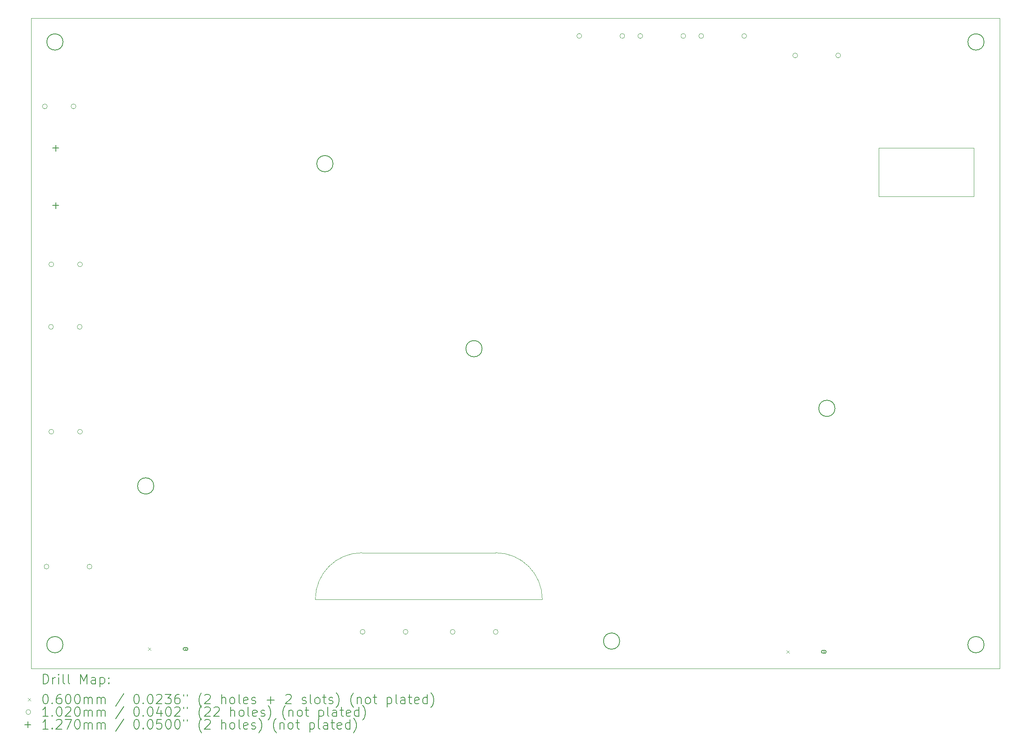
<source format=gbr>
%TF.GenerationSoftware,KiCad,Pcbnew,7.0.8*%
%TF.CreationDate,2024-01-22T14:24:57+01:00*%
%TF.ProjectId,BMS-Master,424d532d-4d61-4737-9465-722e6b696361,rev?*%
%TF.SameCoordinates,Original*%
%TF.FileFunction,Drillmap*%
%TF.FilePolarity,Positive*%
%FSLAX45Y45*%
G04 Gerber Fmt 4.5, Leading zero omitted, Abs format (unit mm)*
G04 Created by KiCad (PCBNEW 7.0.8) date 2024-01-22 14:24:57*
%MOMM*%
%LPD*%
G01*
G04 APERTURE LIST*
%ADD10C,0.200000*%
%ADD11C,0.100000*%
%ADD12C,0.060000*%
%ADD13C,0.102000*%
%ADD14C,0.127000*%
G04 APERTURE END LIST*
D10*
X10670000Y-19250000D02*
G75*
G03*
X10670000Y-19250000I-170000J0D01*
G01*
X14420000Y-12500000D02*
G75*
G03*
X14420000Y-12500000I-170000J0D01*
G01*
X24925000Y-17625000D02*
G75*
G03*
X24925000Y-17625000I-170000J0D01*
G01*
X17540000Y-16375000D02*
G75*
G03*
X17540000Y-16375000I-170000J0D01*
G01*
X20420000Y-22500000D02*
G75*
G03*
X20420000Y-22500000I-170000J0D01*
G01*
X8770000Y-9950000D02*
G75*
G03*
X8770000Y-9950000I-170000J0D01*
G01*
X8770000Y-22575000D02*
G75*
G03*
X8770000Y-22575000I-170000J0D01*
G01*
X28045000Y-9950000D02*
G75*
G03*
X28045000Y-9950000I-170000J0D01*
G01*
D11*
X18800000Y-21625000D02*
G75*
G03*
X17825000Y-20650000I-975000J0D01*
G01*
X25840146Y-12169942D02*
X27831000Y-12169942D01*
X27831000Y-13187000D01*
X25840146Y-13187000D01*
X25840146Y-12169942D01*
X18800000Y-21625000D02*
X17825000Y-21625000D01*
X15025000Y-20650000D02*
X17825000Y-20650000D01*
X8100000Y-9448800D02*
X28369500Y-9448800D01*
X28369500Y-23077200D01*
X8100000Y-23077200D01*
X8100000Y-9448800D01*
X15025000Y-21625000D02*
X14050000Y-21625000D01*
X15025000Y-21625000D02*
X17825000Y-21625000D01*
X15025000Y-20650000D02*
G75*
G03*
X14050000Y-21625000I0J-975000D01*
G01*
D10*
X28045000Y-22575000D02*
G75*
G03*
X28045000Y-22575000I-170000J0D01*
G01*
D12*
X10553000Y-22635710D02*
X10613000Y-22695710D01*
X10613000Y-22635710D02*
X10553000Y-22695710D01*
X11303000Y-22635710D02*
X11363000Y-22695710D01*
X11363000Y-22635710D02*
X11303000Y-22695710D01*
D10*
X11313000Y-22695710D02*
X11353000Y-22695710D01*
X11353000Y-22695710D02*
G75*
G03*
X11353000Y-22635710I0J30000D01*
G01*
X11353000Y-22635710D02*
X11313000Y-22635710D01*
X11313000Y-22635710D02*
G75*
G03*
X11313000Y-22695710I0J-30000D01*
G01*
D12*
X23910550Y-22693100D02*
X23970550Y-22753100D01*
X23970550Y-22693100D02*
X23910550Y-22753100D01*
X24660550Y-22693100D02*
X24720550Y-22753100D01*
X24720550Y-22693100D02*
X24660550Y-22753100D01*
D10*
X24670550Y-22753100D02*
X24710550Y-22753100D01*
X24710550Y-22753100D02*
G75*
G03*
X24710550Y-22693100I0J30000D01*
G01*
X24710550Y-22693100D02*
X24670550Y-22693100D01*
X24670550Y-22693100D02*
G75*
G03*
X24670550Y-22753100I0J-30000D01*
G01*
D13*
X8440675Y-11300000D02*
G75*
G03*
X8440675Y-11300000I-51000J0D01*
G01*
X8475368Y-20940033D02*
G75*
G03*
X8475368Y-20940033I-51000J0D01*
G01*
X8569200Y-15918100D02*
G75*
G03*
X8569200Y-15918100I-51000J0D01*
G01*
X8575850Y-14608900D02*
G75*
G03*
X8575850Y-14608900I-51000J0D01*
G01*
X8575850Y-18114100D02*
G75*
G03*
X8575850Y-18114100I-51000J0D01*
G01*
X9040675Y-11300000D02*
G75*
G03*
X9040675Y-11300000I-51000J0D01*
G01*
X9169200Y-15918100D02*
G75*
G03*
X9169200Y-15918100I-51000J0D01*
G01*
X9175850Y-14608900D02*
G75*
G03*
X9175850Y-14608900I-51000J0D01*
G01*
X9175850Y-18114100D02*
G75*
G03*
X9175850Y-18114100I-51000J0D01*
G01*
X9375366Y-20940033D02*
G75*
G03*
X9375366Y-20940033I-51000J0D01*
G01*
X15089967Y-22306000D02*
G75*
G03*
X15089967Y-22306000I-51000J0D01*
G01*
X15989965Y-22306000D02*
G75*
G03*
X15989965Y-22306000I-51000J0D01*
G01*
X16974967Y-22307500D02*
G75*
G03*
X16974967Y-22307500I-51000J0D01*
G01*
X17874965Y-22307500D02*
G75*
G03*
X17874965Y-22307500I-51000J0D01*
G01*
X19624369Y-9824100D02*
G75*
G03*
X19624369Y-9824100I-51000J0D01*
G01*
X20524367Y-9824100D02*
G75*
G03*
X20524367Y-9824100I-51000J0D01*
G01*
X20901002Y-9825000D02*
G75*
G03*
X20901002Y-9825000I-51000J0D01*
G01*
X21801000Y-9825000D02*
G75*
G03*
X21801000Y-9825000I-51000J0D01*
G01*
X22176002Y-9825000D02*
G75*
G03*
X22176002Y-9825000I-51000J0D01*
G01*
X23076000Y-9825000D02*
G75*
G03*
X23076000Y-9825000I-51000J0D01*
G01*
X24143100Y-10232500D02*
G75*
G03*
X24143100Y-10232500I-51000J0D01*
G01*
X25043098Y-10232500D02*
G75*
G03*
X25043098Y-10232500I-51000J0D01*
G01*
D14*
X8619175Y-12110800D02*
X8619175Y-12237800D01*
X8555675Y-12174300D02*
X8682675Y-12174300D01*
X8619175Y-13310800D02*
X8619175Y-13437800D01*
X8555675Y-13374300D02*
X8682675Y-13374300D01*
D10*
X8355777Y-23393684D02*
X8355777Y-23193684D01*
X8355777Y-23193684D02*
X8403396Y-23193684D01*
X8403396Y-23193684D02*
X8431967Y-23203208D01*
X8431967Y-23203208D02*
X8451015Y-23222255D01*
X8451015Y-23222255D02*
X8460539Y-23241303D01*
X8460539Y-23241303D02*
X8470063Y-23279398D01*
X8470063Y-23279398D02*
X8470063Y-23307969D01*
X8470063Y-23307969D02*
X8460539Y-23346065D01*
X8460539Y-23346065D02*
X8451015Y-23365112D01*
X8451015Y-23365112D02*
X8431967Y-23384160D01*
X8431967Y-23384160D02*
X8403396Y-23393684D01*
X8403396Y-23393684D02*
X8355777Y-23393684D01*
X8555777Y-23393684D02*
X8555777Y-23260350D01*
X8555777Y-23298446D02*
X8565301Y-23279398D01*
X8565301Y-23279398D02*
X8574824Y-23269874D01*
X8574824Y-23269874D02*
X8593872Y-23260350D01*
X8593872Y-23260350D02*
X8612920Y-23260350D01*
X8679586Y-23393684D02*
X8679586Y-23260350D01*
X8679586Y-23193684D02*
X8670063Y-23203208D01*
X8670063Y-23203208D02*
X8679586Y-23212731D01*
X8679586Y-23212731D02*
X8689110Y-23203208D01*
X8689110Y-23203208D02*
X8679586Y-23193684D01*
X8679586Y-23193684D02*
X8679586Y-23212731D01*
X8803396Y-23393684D02*
X8784348Y-23384160D01*
X8784348Y-23384160D02*
X8774824Y-23365112D01*
X8774824Y-23365112D02*
X8774824Y-23193684D01*
X8908158Y-23393684D02*
X8889110Y-23384160D01*
X8889110Y-23384160D02*
X8879586Y-23365112D01*
X8879586Y-23365112D02*
X8879586Y-23193684D01*
X9136729Y-23393684D02*
X9136729Y-23193684D01*
X9136729Y-23193684D02*
X9203396Y-23336541D01*
X9203396Y-23336541D02*
X9270063Y-23193684D01*
X9270063Y-23193684D02*
X9270063Y-23393684D01*
X9451015Y-23393684D02*
X9451015Y-23288922D01*
X9451015Y-23288922D02*
X9441491Y-23269874D01*
X9441491Y-23269874D02*
X9422444Y-23260350D01*
X9422444Y-23260350D02*
X9384348Y-23260350D01*
X9384348Y-23260350D02*
X9365301Y-23269874D01*
X9451015Y-23384160D02*
X9431967Y-23393684D01*
X9431967Y-23393684D02*
X9384348Y-23393684D01*
X9384348Y-23393684D02*
X9365301Y-23384160D01*
X9365301Y-23384160D02*
X9355777Y-23365112D01*
X9355777Y-23365112D02*
X9355777Y-23346065D01*
X9355777Y-23346065D02*
X9365301Y-23327017D01*
X9365301Y-23327017D02*
X9384348Y-23317493D01*
X9384348Y-23317493D02*
X9431967Y-23317493D01*
X9431967Y-23317493D02*
X9451015Y-23307969D01*
X9546253Y-23260350D02*
X9546253Y-23460350D01*
X9546253Y-23269874D02*
X9565301Y-23260350D01*
X9565301Y-23260350D02*
X9603396Y-23260350D01*
X9603396Y-23260350D02*
X9622444Y-23269874D01*
X9622444Y-23269874D02*
X9631967Y-23279398D01*
X9631967Y-23279398D02*
X9641491Y-23298446D01*
X9641491Y-23298446D02*
X9641491Y-23355588D01*
X9641491Y-23355588D02*
X9631967Y-23374636D01*
X9631967Y-23374636D02*
X9622444Y-23384160D01*
X9622444Y-23384160D02*
X9603396Y-23393684D01*
X9603396Y-23393684D02*
X9565301Y-23393684D01*
X9565301Y-23393684D02*
X9546253Y-23384160D01*
X9727205Y-23374636D02*
X9736729Y-23384160D01*
X9736729Y-23384160D02*
X9727205Y-23393684D01*
X9727205Y-23393684D02*
X9717682Y-23384160D01*
X9717682Y-23384160D02*
X9727205Y-23374636D01*
X9727205Y-23374636D02*
X9727205Y-23393684D01*
X9727205Y-23269874D02*
X9736729Y-23279398D01*
X9736729Y-23279398D02*
X9727205Y-23288922D01*
X9727205Y-23288922D02*
X9717682Y-23279398D01*
X9717682Y-23279398D02*
X9727205Y-23269874D01*
X9727205Y-23269874D02*
X9727205Y-23288922D01*
D12*
X8035000Y-23692200D02*
X8095000Y-23752200D01*
X8095000Y-23692200D02*
X8035000Y-23752200D01*
D10*
X8393872Y-23613684D02*
X8412920Y-23613684D01*
X8412920Y-23613684D02*
X8431967Y-23623208D01*
X8431967Y-23623208D02*
X8441491Y-23632731D01*
X8441491Y-23632731D02*
X8451015Y-23651779D01*
X8451015Y-23651779D02*
X8460539Y-23689874D01*
X8460539Y-23689874D02*
X8460539Y-23737493D01*
X8460539Y-23737493D02*
X8451015Y-23775588D01*
X8451015Y-23775588D02*
X8441491Y-23794636D01*
X8441491Y-23794636D02*
X8431967Y-23804160D01*
X8431967Y-23804160D02*
X8412920Y-23813684D01*
X8412920Y-23813684D02*
X8393872Y-23813684D01*
X8393872Y-23813684D02*
X8374824Y-23804160D01*
X8374824Y-23804160D02*
X8365301Y-23794636D01*
X8365301Y-23794636D02*
X8355777Y-23775588D01*
X8355777Y-23775588D02*
X8346253Y-23737493D01*
X8346253Y-23737493D02*
X8346253Y-23689874D01*
X8346253Y-23689874D02*
X8355777Y-23651779D01*
X8355777Y-23651779D02*
X8365301Y-23632731D01*
X8365301Y-23632731D02*
X8374824Y-23623208D01*
X8374824Y-23623208D02*
X8393872Y-23613684D01*
X8546253Y-23794636D02*
X8555777Y-23804160D01*
X8555777Y-23804160D02*
X8546253Y-23813684D01*
X8546253Y-23813684D02*
X8536729Y-23804160D01*
X8536729Y-23804160D02*
X8546253Y-23794636D01*
X8546253Y-23794636D02*
X8546253Y-23813684D01*
X8727205Y-23613684D02*
X8689110Y-23613684D01*
X8689110Y-23613684D02*
X8670063Y-23623208D01*
X8670063Y-23623208D02*
X8660539Y-23632731D01*
X8660539Y-23632731D02*
X8641491Y-23661303D01*
X8641491Y-23661303D02*
X8631967Y-23699398D01*
X8631967Y-23699398D02*
X8631967Y-23775588D01*
X8631967Y-23775588D02*
X8641491Y-23794636D01*
X8641491Y-23794636D02*
X8651015Y-23804160D01*
X8651015Y-23804160D02*
X8670063Y-23813684D01*
X8670063Y-23813684D02*
X8708158Y-23813684D01*
X8708158Y-23813684D02*
X8727205Y-23804160D01*
X8727205Y-23804160D02*
X8736729Y-23794636D01*
X8736729Y-23794636D02*
X8746253Y-23775588D01*
X8746253Y-23775588D02*
X8746253Y-23727969D01*
X8746253Y-23727969D02*
X8736729Y-23708922D01*
X8736729Y-23708922D02*
X8727205Y-23699398D01*
X8727205Y-23699398D02*
X8708158Y-23689874D01*
X8708158Y-23689874D02*
X8670063Y-23689874D01*
X8670063Y-23689874D02*
X8651015Y-23699398D01*
X8651015Y-23699398D02*
X8641491Y-23708922D01*
X8641491Y-23708922D02*
X8631967Y-23727969D01*
X8870063Y-23613684D02*
X8889110Y-23613684D01*
X8889110Y-23613684D02*
X8908158Y-23623208D01*
X8908158Y-23623208D02*
X8917682Y-23632731D01*
X8917682Y-23632731D02*
X8927205Y-23651779D01*
X8927205Y-23651779D02*
X8936729Y-23689874D01*
X8936729Y-23689874D02*
X8936729Y-23737493D01*
X8936729Y-23737493D02*
X8927205Y-23775588D01*
X8927205Y-23775588D02*
X8917682Y-23794636D01*
X8917682Y-23794636D02*
X8908158Y-23804160D01*
X8908158Y-23804160D02*
X8889110Y-23813684D01*
X8889110Y-23813684D02*
X8870063Y-23813684D01*
X8870063Y-23813684D02*
X8851015Y-23804160D01*
X8851015Y-23804160D02*
X8841491Y-23794636D01*
X8841491Y-23794636D02*
X8831967Y-23775588D01*
X8831967Y-23775588D02*
X8822444Y-23737493D01*
X8822444Y-23737493D02*
X8822444Y-23689874D01*
X8822444Y-23689874D02*
X8831967Y-23651779D01*
X8831967Y-23651779D02*
X8841491Y-23632731D01*
X8841491Y-23632731D02*
X8851015Y-23623208D01*
X8851015Y-23623208D02*
X8870063Y-23613684D01*
X9060539Y-23613684D02*
X9079586Y-23613684D01*
X9079586Y-23613684D02*
X9098634Y-23623208D01*
X9098634Y-23623208D02*
X9108158Y-23632731D01*
X9108158Y-23632731D02*
X9117682Y-23651779D01*
X9117682Y-23651779D02*
X9127205Y-23689874D01*
X9127205Y-23689874D02*
X9127205Y-23737493D01*
X9127205Y-23737493D02*
X9117682Y-23775588D01*
X9117682Y-23775588D02*
X9108158Y-23794636D01*
X9108158Y-23794636D02*
X9098634Y-23804160D01*
X9098634Y-23804160D02*
X9079586Y-23813684D01*
X9079586Y-23813684D02*
X9060539Y-23813684D01*
X9060539Y-23813684D02*
X9041491Y-23804160D01*
X9041491Y-23804160D02*
X9031967Y-23794636D01*
X9031967Y-23794636D02*
X9022444Y-23775588D01*
X9022444Y-23775588D02*
X9012920Y-23737493D01*
X9012920Y-23737493D02*
X9012920Y-23689874D01*
X9012920Y-23689874D02*
X9022444Y-23651779D01*
X9022444Y-23651779D02*
X9031967Y-23632731D01*
X9031967Y-23632731D02*
X9041491Y-23623208D01*
X9041491Y-23623208D02*
X9060539Y-23613684D01*
X9212920Y-23813684D02*
X9212920Y-23680350D01*
X9212920Y-23699398D02*
X9222444Y-23689874D01*
X9222444Y-23689874D02*
X9241491Y-23680350D01*
X9241491Y-23680350D02*
X9270063Y-23680350D01*
X9270063Y-23680350D02*
X9289110Y-23689874D01*
X9289110Y-23689874D02*
X9298634Y-23708922D01*
X9298634Y-23708922D02*
X9298634Y-23813684D01*
X9298634Y-23708922D02*
X9308158Y-23689874D01*
X9308158Y-23689874D02*
X9327205Y-23680350D01*
X9327205Y-23680350D02*
X9355777Y-23680350D01*
X9355777Y-23680350D02*
X9374825Y-23689874D01*
X9374825Y-23689874D02*
X9384348Y-23708922D01*
X9384348Y-23708922D02*
X9384348Y-23813684D01*
X9479586Y-23813684D02*
X9479586Y-23680350D01*
X9479586Y-23699398D02*
X9489110Y-23689874D01*
X9489110Y-23689874D02*
X9508158Y-23680350D01*
X9508158Y-23680350D02*
X9536729Y-23680350D01*
X9536729Y-23680350D02*
X9555777Y-23689874D01*
X9555777Y-23689874D02*
X9565301Y-23708922D01*
X9565301Y-23708922D02*
X9565301Y-23813684D01*
X9565301Y-23708922D02*
X9574825Y-23689874D01*
X9574825Y-23689874D02*
X9593872Y-23680350D01*
X9593872Y-23680350D02*
X9622444Y-23680350D01*
X9622444Y-23680350D02*
X9641491Y-23689874D01*
X9641491Y-23689874D02*
X9651015Y-23708922D01*
X9651015Y-23708922D02*
X9651015Y-23813684D01*
X10041491Y-23604160D02*
X9870063Y-23861303D01*
X10298634Y-23613684D02*
X10317682Y-23613684D01*
X10317682Y-23613684D02*
X10336729Y-23623208D01*
X10336729Y-23623208D02*
X10346253Y-23632731D01*
X10346253Y-23632731D02*
X10355777Y-23651779D01*
X10355777Y-23651779D02*
X10365301Y-23689874D01*
X10365301Y-23689874D02*
X10365301Y-23737493D01*
X10365301Y-23737493D02*
X10355777Y-23775588D01*
X10355777Y-23775588D02*
X10346253Y-23794636D01*
X10346253Y-23794636D02*
X10336729Y-23804160D01*
X10336729Y-23804160D02*
X10317682Y-23813684D01*
X10317682Y-23813684D02*
X10298634Y-23813684D01*
X10298634Y-23813684D02*
X10279587Y-23804160D01*
X10279587Y-23804160D02*
X10270063Y-23794636D01*
X10270063Y-23794636D02*
X10260539Y-23775588D01*
X10260539Y-23775588D02*
X10251015Y-23737493D01*
X10251015Y-23737493D02*
X10251015Y-23689874D01*
X10251015Y-23689874D02*
X10260539Y-23651779D01*
X10260539Y-23651779D02*
X10270063Y-23632731D01*
X10270063Y-23632731D02*
X10279587Y-23623208D01*
X10279587Y-23623208D02*
X10298634Y-23613684D01*
X10451015Y-23794636D02*
X10460539Y-23804160D01*
X10460539Y-23804160D02*
X10451015Y-23813684D01*
X10451015Y-23813684D02*
X10441491Y-23804160D01*
X10441491Y-23804160D02*
X10451015Y-23794636D01*
X10451015Y-23794636D02*
X10451015Y-23813684D01*
X10584348Y-23613684D02*
X10603396Y-23613684D01*
X10603396Y-23613684D02*
X10622444Y-23623208D01*
X10622444Y-23623208D02*
X10631968Y-23632731D01*
X10631968Y-23632731D02*
X10641491Y-23651779D01*
X10641491Y-23651779D02*
X10651015Y-23689874D01*
X10651015Y-23689874D02*
X10651015Y-23737493D01*
X10651015Y-23737493D02*
X10641491Y-23775588D01*
X10641491Y-23775588D02*
X10631968Y-23794636D01*
X10631968Y-23794636D02*
X10622444Y-23804160D01*
X10622444Y-23804160D02*
X10603396Y-23813684D01*
X10603396Y-23813684D02*
X10584348Y-23813684D01*
X10584348Y-23813684D02*
X10565301Y-23804160D01*
X10565301Y-23804160D02*
X10555777Y-23794636D01*
X10555777Y-23794636D02*
X10546253Y-23775588D01*
X10546253Y-23775588D02*
X10536729Y-23737493D01*
X10536729Y-23737493D02*
X10536729Y-23689874D01*
X10536729Y-23689874D02*
X10546253Y-23651779D01*
X10546253Y-23651779D02*
X10555777Y-23632731D01*
X10555777Y-23632731D02*
X10565301Y-23623208D01*
X10565301Y-23623208D02*
X10584348Y-23613684D01*
X10727206Y-23632731D02*
X10736729Y-23623208D01*
X10736729Y-23623208D02*
X10755777Y-23613684D01*
X10755777Y-23613684D02*
X10803396Y-23613684D01*
X10803396Y-23613684D02*
X10822444Y-23623208D01*
X10822444Y-23623208D02*
X10831968Y-23632731D01*
X10831968Y-23632731D02*
X10841491Y-23651779D01*
X10841491Y-23651779D02*
X10841491Y-23670827D01*
X10841491Y-23670827D02*
X10831968Y-23699398D01*
X10831968Y-23699398D02*
X10717682Y-23813684D01*
X10717682Y-23813684D02*
X10841491Y-23813684D01*
X10908158Y-23613684D02*
X11031968Y-23613684D01*
X11031968Y-23613684D02*
X10965301Y-23689874D01*
X10965301Y-23689874D02*
X10993872Y-23689874D01*
X10993872Y-23689874D02*
X11012920Y-23699398D01*
X11012920Y-23699398D02*
X11022444Y-23708922D01*
X11022444Y-23708922D02*
X11031968Y-23727969D01*
X11031968Y-23727969D02*
X11031968Y-23775588D01*
X11031968Y-23775588D02*
X11022444Y-23794636D01*
X11022444Y-23794636D02*
X11012920Y-23804160D01*
X11012920Y-23804160D02*
X10993872Y-23813684D01*
X10993872Y-23813684D02*
X10936729Y-23813684D01*
X10936729Y-23813684D02*
X10917682Y-23804160D01*
X10917682Y-23804160D02*
X10908158Y-23794636D01*
X11203396Y-23613684D02*
X11165301Y-23613684D01*
X11165301Y-23613684D02*
X11146253Y-23623208D01*
X11146253Y-23623208D02*
X11136729Y-23632731D01*
X11136729Y-23632731D02*
X11117682Y-23661303D01*
X11117682Y-23661303D02*
X11108158Y-23699398D01*
X11108158Y-23699398D02*
X11108158Y-23775588D01*
X11108158Y-23775588D02*
X11117682Y-23794636D01*
X11117682Y-23794636D02*
X11127206Y-23804160D01*
X11127206Y-23804160D02*
X11146253Y-23813684D01*
X11146253Y-23813684D02*
X11184349Y-23813684D01*
X11184349Y-23813684D02*
X11203396Y-23804160D01*
X11203396Y-23804160D02*
X11212920Y-23794636D01*
X11212920Y-23794636D02*
X11222444Y-23775588D01*
X11222444Y-23775588D02*
X11222444Y-23727969D01*
X11222444Y-23727969D02*
X11212920Y-23708922D01*
X11212920Y-23708922D02*
X11203396Y-23699398D01*
X11203396Y-23699398D02*
X11184349Y-23689874D01*
X11184349Y-23689874D02*
X11146253Y-23689874D01*
X11146253Y-23689874D02*
X11127206Y-23699398D01*
X11127206Y-23699398D02*
X11117682Y-23708922D01*
X11117682Y-23708922D02*
X11108158Y-23727969D01*
X11298634Y-23613684D02*
X11298634Y-23651779D01*
X11374825Y-23613684D02*
X11374825Y-23651779D01*
X11670063Y-23889874D02*
X11660539Y-23880350D01*
X11660539Y-23880350D02*
X11641491Y-23851779D01*
X11641491Y-23851779D02*
X11631968Y-23832731D01*
X11631968Y-23832731D02*
X11622444Y-23804160D01*
X11622444Y-23804160D02*
X11612920Y-23756541D01*
X11612920Y-23756541D02*
X11612920Y-23718446D01*
X11612920Y-23718446D02*
X11622444Y-23670827D01*
X11622444Y-23670827D02*
X11631968Y-23642255D01*
X11631968Y-23642255D02*
X11641491Y-23623208D01*
X11641491Y-23623208D02*
X11660539Y-23594636D01*
X11660539Y-23594636D02*
X11670063Y-23585112D01*
X11736729Y-23632731D02*
X11746253Y-23623208D01*
X11746253Y-23623208D02*
X11765301Y-23613684D01*
X11765301Y-23613684D02*
X11812920Y-23613684D01*
X11812920Y-23613684D02*
X11831968Y-23623208D01*
X11831968Y-23623208D02*
X11841491Y-23632731D01*
X11841491Y-23632731D02*
X11851015Y-23651779D01*
X11851015Y-23651779D02*
X11851015Y-23670827D01*
X11851015Y-23670827D02*
X11841491Y-23699398D01*
X11841491Y-23699398D02*
X11727206Y-23813684D01*
X11727206Y-23813684D02*
X11851015Y-23813684D01*
X12089110Y-23813684D02*
X12089110Y-23613684D01*
X12174825Y-23813684D02*
X12174825Y-23708922D01*
X12174825Y-23708922D02*
X12165301Y-23689874D01*
X12165301Y-23689874D02*
X12146253Y-23680350D01*
X12146253Y-23680350D02*
X12117682Y-23680350D01*
X12117682Y-23680350D02*
X12098634Y-23689874D01*
X12098634Y-23689874D02*
X12089110Y-23699398D01*
X12298634Y-23813684D02*
X12279587Y-23804160D01*
X12279587Y-23804160D02*
X12270063Y-23794636D01*
X12270063Y-23794636D02*
X12260539Y-23775588D01*
X12260539Y-23775588D02*
X12260539Y-23718446D01*
X12260539Y-23718446D02*
X12270063Y-23699398D01*
X12270063Y-23699398D02*
X12279587Y-23689874D01*
X12279587Y-23689874D02*
X12298634Y-23680350D01*
X12298634Y-23680350D02*
X12327206Y-23680350D01*
X12327206Y-23680350D02*
X12346253Y-23689874D01*
X12346253Y-23689874D02*
X12355777Y-23699398D01*
X12355777Y-23699398D02*
X12365301Y-23718446D01*
X12365301Y-23718446D02*
X12365301Y-23775588D01*
X12365301Y-23775588D02*
X12355777Y-23794636D01*
X12355777Y-23794636D02*
X12346253Y-23804160D01*
X12346253Y-23804160D02*
X12327206Y-23813684D01*
X12327206Y-23813684D02*
X12298634Y-23813684D01*
X12479587Y-23813684D02*
X12460539Y-23804160D01*
X12460539Y-23804160D02*
X12451015Y-23785112D01*
X12451015Y-23785112D02*
X12451015Y-23613684D01*
X12631968Y-23804160D02*
X12612920Y-23813684D01*
X12612920Y-23813684D02*
X12574825Y-23813684D01*
X12574825Y-23813684D02*
X12555777Y-23804160D01*
X12555777Y-23804160D02*
X12546253Y-23785112D01*
X12546253Y-23785112D02*
X12546253Y-23708922D01*
X12546253Y-23708922D02*
X12555777Y-23689874D01*
X12555777Y-23689874D02*
X12574825Y-23680350D01*
X12574825Y-23680350D02*
X12612920Y-23680350D01*
X12612920Y-23680350D02*
X12631968Y-23689874D01*
X12631968Y-23689874D02*
X12641491Y-23708922D01*
X12641491Y-23708922D02*
X12641491Y-23727969D01*
X12641491Y-23727969D02*
X12546253Y-23747017D01*
X12717682Y-23804160D02*
X12736730Y-23813684D01*
X12736730Y-23813684D02*
X12774825Y-23813684D01*
X12774825Y-23813684D02*
X12793872Y-23804160D01*
X12793872Y-23804160D02*
X12803396Y-23785112D01*
X12803396Y-23785112D02*
X12803396Y-23775588D01*
X12803396Y-23775588D02*
X12793872Y-23756541D01*
X12793872Y-23756541D02*
X12774825Y-23747017D01*
X12774825Y-23747017D02*
X12746253Y-23747017D01*
X12746253Y-23747017D02*
X12727206Y-23737493D01*
X12727206Y-23737493D02*
X12717682Y-23718446D01*
X12717682Y-23718446D02*
X12717682Y-23708922D01*
X12717682Y-23708922D02*
X12727206Y-23689874D01*
X12727206Y-23689874D02*
X12746253Y-23680350D01*
X12746253Y-23680350D02*
X12774825Y-23680350D01*
X12774825Y-23680350D02*
X12793872Y-23689874D01*
X13041492Y-23737493D02*
X13193873Y-23737493D01*
X13117682Y-23813684D02*
X13117682Y-23661303D01*
X13431968Y-23632731D02*
X13441492Y-23623208D01*
X13441492Y-23623208D02*
X13460539Y-23613684D01*
X13460539Y-23613684D02*
X13508158Y-23613684D01*
X13508158Y-23613684D02*
X13527206Y-23623208D01*
X13527206Y-23623208D02*
X13536730Y-23632731D01*
X13536730Y-23632731D02*
X13546253Y-23651779D01*
X13546253Y-23651779D02*
X13546253Y-23670827D01*
X13546253Y-23670827D02*
X13536730Y-23699398D01*
X13536730Y-23699398D02*
X13422444Y-23813684D01*
X13422444Y-23813684D02*
X13546253Y-23813684D01*
X13774825Y-23804160D02*
X13793873Y-23813684D01*
X13793873Y-23813684D02*
X13831968Y-23813684D01*
X13831968Y-23813684D02*
X13851015Y-23804160D01*
X13851015Y-23804160D02*
X13860539Y-23785112D01*
X13860539Y-23785112D02*
X13860539Y-23775588D01*
X13860539Y-23775588D02*
X13851015Y-23756541D01*
X13851015Y-23756541D02*
X13831968Y-23747017D01*
X13831968Y-23747017D02*
X13803396Y-23747017D01*
X13803396Y-23747017D02*
X13784349Y-23737493D01*
X13784349Y-23737493D02*
X13774825Y-23718446D01*
X13774825Y-23718446D02*
X13774825Y-23708922D01*
X13774825Y-23708922D02*
X13784349Y-23689874D01*
X13784349Y-23689874D02*
X13803396Y-23680350D01*
X13803396Y-23680350D02*
X13831968Y-23680350D01*
X13831968Y-23680350D02*
X13851015Y-23689874D01*
X13974825Y-23813684D02*
X13955777Y-23804160D01*
X13955777Y-23804160D02*
X13946254Y-23785112D01*
X13946254Y-23785112D02*
X13946254Y-23613684D01*
X14079587Y-23813684D02*
X14060539Y-23804160D01*
X14060539Y-23804160D02*
X14051015Y-23794636D01*
X14051015Y-23794636D02*
X14041492Y-23775588D01*
X14041492Y-23775588D02*
X14041492Y-23718446D01*
X14041492Y-23718446D02*
X14051015Y-23699398D01*
X14051015Y-23699398D02*
X14060539Y-23689874D01*
X14060539Y-23689874D02*
X14079587Y-23680350D01*
X14079587Y-23680350D02*
X14108158Y-23680350D01*
X14108158Y-23680350D02*
X14127206Y-23689874D01*
X14127206Y-23689874D02*
X14136730Y-23699398D01*
X14136730Y-23699398D02*
X14146254Y-23718446D01*
X14146254Y-23718446D02*
X14146254Y-23775588D01*
X14146254Y-23775588D02*
X14136730Y-23794636D01*
X14136730Y-23794636D02*
X14127206Y-23804160D01*
X14127206Y-23804160D02*
X14108158Y-23813684D01*
X14108158Y-23813684D02*
X14079587Y-23813684D01*
X14203396Y-23680350D02*
X14279587Y-23680350D01*
X14231968Y-23613684D02*
X14231968Y-23785112D01*
X14231968Y-23785112D02*
X14241492Y-23804160D01*
X14241492Y-23804160D02*
X14260539Y-23813684D01*
X14260539Y-23813684D02*
X14279587Y-23813684D01*
X14336730Y-23804160D02*
X14355777Y-23813684D01*
X14355777Y-23813684D02*
X14393873Y-23813684D01*
X14393873Y-23813684D02*
X14412920Y-23804160D01*
X14412920Y-23804160D02*
X14422444Y-23785112D01*
X14422444Y-23785112D02*
X14422444Y-23775588D01*
X14422444Y-23775588D02*
X14412920Y-23756541D01*
X14412920Y-23756541D02*
X14393873Y-23747017D01*
X14393873Y-23747017D02*
X14365301Y-23747017D01*
X14365301Y-23747017D02*
X14346254Y-23737493D01*
X14346254Y-23737493D02*
X14336730Y-23718446D01*
X14336730Y-23718446D02*
X14336730Y-23708922D01*
X14336730Y-23708922D02*
X14346254Y-23689874D01*
X14346254Y-23689874D02*
X14365301Y-23680350D01*
X14365301Y-23680350D02*
X14393873Y-23680350D01*
X14393873Y-23680350D02*
X14412920Y-23689874D01*
X14489111Y-23889874D02*
X14498635Y-23880350D01*
X14498635Y-23880350D02*
X14517682Y-23851779D01*
X14517682Y-23851779D02*
X14527206Y-23832731D01*
X14527206Y-23832731D02*
X14536730Y-23804160D01*
X14536730Y-23804160D02*
X14546254Y-23756541D01*
X14546254Y-23756541D02*
X14546254Y-23718446D01*
X14546254Y-23718446D02*
X14536730Y-23670827D01*
X14536730Y-23670827D02*
X14527206Y-23642255D01*
X14527206Y-23642255D02*
X14517682Y-23623208D01*
X14517682Y-23623208D02*
X14498635Y-23594636D01*
X14498635Y-23594636D02*
X14489111Y-23585112D01*
X14851016Y-23889874D02*
X14841492Y-23880350D01*
X14841492Y-23880350D02*
X14822444Y-23851779D01*
X14822444Y-23851779D02*
X14812920Y-23832731D01*
X14812920Y-23832731D02*
X14803396Y-23804160D01*
X14803396Y-23804160D02*
X14793873Y-23756541D01*
X14793873Y-23756541D02*
X14793873Y-23718446D01*
X14793873Y-23718446D02*
X14803396Y-23670827D01*
X14803396Y-23670827D02*
X14812920Y-23642255D01*
X14812920Y-23642255D02*
X14822444Y-23623208D01*
X14822444Y-23623208D02*
X14841492Y-23594636D01*
X14841492Y-23594636D02*
X14851016Y-23585112D01*
X14927206Y-23680350D02*
X14927206Y-23813684D01*
X14927206Y-23699398D02*
X14936730Y-23689874D01*
X14936730Y-23689874D02*
X14955777Y-23680350D01*
X14955777Y-23680350D02*
X14984349Y-23680350D01*
X14984349Y-23680350D02*
X15003396Y-23689874D01*
X15003396Y-23689874D02*
X15012920Y-23708922D01*
X15012920Y-23708922D02*
X15012920Y-23813684D01*
X15136730Y-23813684D02*
X15117682Y-23804160D01*
X15117682Y-23804160D02*
X15108158Y-23794636D01*
X15108158Y-23794636D02*
X15098635Y-23775588D01*
X15098635Y-23775588D02*
X15098635Y-23718446D01*
X15098635Y-23718446D02*
X15108158Y-23699398D01*
X15108158Y-23699398D02*
X15117682Y-23689874D01*
X15117682Y-23689874D02*
X15136730Y-23680350D01*
X15136730Y-23680350D02*
X15165301Y-23680350D01*
X15165301Y-23680350D02*
X15184349Y-23689874D01*
X15184349Y-23689874D02*
X15193873Y-23699398D01*
X15193873Y-23699398D02*
X15203396Y-23718446D01*
X15203396Y-23718446D02*
X15203396Y-23775588D01*
X15203396Y-23775588D02*
X15193873Y-23794636D01*
X15193873Y-23794636D02*
X15184349Y-23804160D01*
X15184349Y-23804160D02*
X15165301Y-23813684D01*
X15165301Y-23813684D02*
X15136730Y-23813684D01*
X15260539Y-23680350D02*
X15336730Y-23680350D01*
X15289111Y-23613684D02*
X15289111Y-23785112D01*
X15289111Y-23785112D02*
X15298635Y-23804160D01*
X15298635Y-23804160D02*
X15317682Y-23813684D01*
X15317682Y-23813684D02*
X15336730Y-23813684D01*
X15555777Y-23680350D02*
X15555777Y-23880350D01*
X15555777Y-23689874D02*
X15574825Y-23680350D01*
X15574825Y-23680350D02*
X15612920Y-23680350D01*
X15612920Y-23680350D02*
X15631968Y-23689874D01*
X15631968Y-23689874D02*
X15641492Y-23699398D01*
X15641492Y-23699398D02*
X15651016Y-23718446D01*
X15651016Y-23718446D02*
X15651016Y-23775588D01*
X15651016Y-23775588D02*
X15641492Y-23794636D01*
X15641492Y-23794636D02*
X15631968Y-23804160D01*
X15631968Y-23804160D02*
X15612920Y-23813684D01*
X15612920Y-23813684D02*
X15574825Y-23813684D01*
X15574825Y-23813684D02*
X15555777Y-23804160D01*
X15765301Y-23813684D02*
X15746254Y-23804160D01*
X15746254Y-23804160D02*
X15736730Y-23785112D01*
X15736730Y-23785112D02*
X15736730Y-23613684D01*
X15927206Y-23813684D02*
X15927206Y-23708922D01*
X15927206Y-23708922D02*
X15917682Y-23689874D01*
X15917682Y-23689874D02*
X15898635Y-23680350D01*
X15898635Y-23680350D02*
X15860539Y-23680350D01*
X15860539Y-23680350D02*
X15841492Y-23689874D01*
X15927206Y-23804160D02*
X15908158Y-23813684D01*
X15908158Y-23813684D02*
X15860539Y-23813684D01*
X15860539Y-23813684D02*
X15841492Y-23804160D01*
X15841492Y-23804160D02*
X15831968Y-23785112D01*
X15831968Y-23785112D02*
X15831968Y-23766065D01*
X15831968Y-23766065D02*
X15841492Y-23747017D01*
X15841492Y-23747017D02*
X15860539Y-23737493D01*
X15860539Y-23737493D02*
X15908158Y-23737493D01*
X15908158Y-23737493D02*
X15927206Y-23727969D01*
X15993873Y-23680350D02*
X16070063Y-23680350D01*
X16022444Y-23613684D02*
X16022444Y-23785112D01*
X16022444Y-23785112D02*
X16031968Y-23804160D01*
X16031968Y-23804160D02*
X16051016Y-23813684D01*
X16051016Y-23813684D02*
X16070063Y-23813684D01*
X16212920Y-23804160D02*
X16193873Y-23813684D01*
X16193873Y-23813684D02*
X16155777Y-23813684D01*
X16155777Y-23813684D02*
X16136730Y-23804160D01*
X16136730Y-23804160D02*
X16127206Y-23785112D01*
X16127206Y-23785112D02*
X16127206Y-23708922D01*
X16127206Y-23708922D02*
X16136730Y-23689874D01*
X16136730Y-23689874D02*
X16155777Y-23680350D01*
X16155777Y-23680350D02*
X16193873Y-23680350D01*
X16193873Y-23680350D02*
X16212920Y-23689874D01*
X16212920Y-23689874D02*
X16222444Y-23708922D01*
X16222444Y-23708922D02*
X16222444Y-23727969D01*
X16222444Y-23727969D02*
X16127206Y-23747017D01*
X16393873Y-23813684D02*
X16393873Y-23613684D01*
X16393873Y-23804160D02*
X16374825Y-23813684D01*
X16374825Y-23813684D02*
X16336730Y-23813684D01*
X16336730Y-23813684D02*
X16317682Y-23804160D01*
X16317682Y-23804160D02*
X16308158Y-23794636D01*
X16308158Y-23794636D02*
X16298635Y-23775588D01*
X16298635Y-23775588D02*
X16298635Y-23718446D01*
X16298635Y-23718446D02*
X16308158Y-23699398D01*
X16308158Y-23699398D02*
X16317682Y-23689874D01*
X16317682Y-23689874D02*
X16336730Y-23680350D01*
X16336730Y-23680350D02*
X16374825Y-23680350D01*
X16374825Y-23680350D02*
X16393873Y-23689874D01*
X16470063Y-23889874D02*
X16479587Y-23880350D01*
X16479587Y-23880350D02*
X16498635Y-23851779D01*
X16498635Y-23851779D02*
X16508158Y-23832731D01*
X16508158Y-23832731D02*
X16517682Y-23804160D01*
X16517682Y-23804160D02*
X16527206Y-23756541D01*
X16527206Y-23756541D02*
X16527206Y-23718446D01*
X16527206Y-23718446D02*
X16517682Y-23670827D01*
X16517682Y-23670827D02*
X16508158Y-23642255D01*
X16508158Y-23642255D02*
X16498635Y-23623208D01*
X16498635Y-23623208D02*
X16479587Y-23594636D01*
X16479587Y-23594636D02*
X16470063Y-23585112D01*
D13*
X8095000Y-23986200D02*
G75*
G03*
X8095000Y-23986200I-51000J0D01*
G01*
D10*
X8460539Y-24077684D02*
X8346253Y-24077684D01*
X8403396Y-24077684D02*
X8403396Y-23877684D01*
X8403396Y-23877684D02*
X8384348Y-23906255D01*
X8384348Y-23906255D02*
X8365301Y-23925303D01*
X8365301Y-23925303D02*
X8346253Y-23934827D01*
X8546253Y-24058636D02*
X8555777Y-24068160D01*
X8555777Y-24068160D02*
X8546253Y-24077684D01*
X8546253Y-24077684D02*
X8536729Y-24068160D01*
X8536729Y-24068160D02*
X8546253Y-24058636D01*
X8546253Y-24058636D02*
X8546253Y-24077684D01*
X8679586Y-23877684D02*
X8698634Y-23877684D01*
X8698634Y-23877684D02*
X8717682Y-23887208D01*
X8717682Y-23887208D02*
X8727205Y-23896731D01*
X8727205Y-23896731D02*
X8736729Y-23915779D01*
X8736729Y-23915779D02*
X8746253Y-23953874D01*
X8746253Y-23953874D02*
X8746253Y-24001493D01*
X8746253Y-24001493D02*
X8736729Y-24039588D01*
X8736729Y-24039588D02*
X8727205Y-24058636D01*
X8727205Y-24058636D02*
X8717682Y-24068160D01*
X8717682Y-24068160D02*
X8698634Y-24077684D01*
X8698634Y-24077684D02*
X8679586Y-24077684D01*
X8679586Y-24077684D02*
X8660539Y-24068160D01*
X8660539Y-24068160D02*
X8651015Y-24058636D01*
X8651015Y-24058636D02*
X8641491Y-24039588D01*
X8641491Y-24039588D02*
X8631967Y-24001493D01*
X8631967Y-24001493D02*
X8631967Y-23953874D01*
X8631967Y-23953874D02*
X8641491Y-23915779D01*
X8641491Y-23915779D02*
X8651015Y-23896731D01*
X8651015Y-23896731D02*
X8660539Y-23887208D01*
X8660539Y-23887208D02*
X8679586Y-23877684D01*
X8822444Y-23896731D02*
X8831967Y-23887208D01*
X8831967Y-23887208D02*
X8851015Y-23877684D01*
X8851015Y-23877684D02*
X8898634Y-23877684D01*
X8898634Y-23877684D02*
X8917682Y-23887208D01*
X8917682Y-23887208D02*
X8927205Y-23896731D01*
X8927205Y-23896731D02*
X8936729Y-23915779D01*
X8936729Y-23915779D02*
X8936729Y-23934827D01*
X8936729Y-23934827D02*
X8927205Y-23963398D01*
X8927205Y-23963398D02*
X8812920Y-24077684D01*
X8812920Y-24077684D02*
X8936729Y-24077684D01*
X9060539Y-23877684D02*
X9079586Y-23877684D01*
X9079586Y-23877684D02*
X9098634Y-23887208D01*
X9098634Y-23887208D02*
X9108158Y-23896731D01*
X9108158Y-23896731D02*
X9117682Y-23915779D01*
X9117682Y-23915779D02*
X9127205Y-23953874D01*
X9127205Y-23953874D02*
X9127205Y-24001493D01*
X9127205Y-24001493D02*
X9117682Y-24039588D01*
X9117682Y-24039588D02*
X9108158Y-24058636D01*
X9108158Y-24058636D02*
X9098634Y-24068160D01*
X9098634Y-24068160D02*
X9079586Y-24077684D01*
X9079586Y-24077684D02*
X9060539Y-24077684D01*
X9060539Y-24077684D02*
X9041491Y-24068160D01*
X9041491Y-24068160D02*
X9031967Y-24058636D01*
X9031967Y-24058636D02*
X9022444Y-24039588D01*
X9022444Y-24039588D02*
X9012920Y-24001493D01*
X9012920Y-24001493D02*
X9012920Y-23953874D01*
X9012920Y-23953874D02*
X9022444Y-23915779D01*
X9022444Y-23915779D02*
X9031967Y-23896731D01*
X9031967Y-23896731D02*
X9041491Y-23887208D01*
X9041491Y-23887208D02*
X9060539Y-23877684D01*
X9212920Y-24077684D02*
X9212920Y-23944350D01*
X9212920Y-23963398D02*
X9222444Y-23953874D01*
X9222444Y-23953874D02*
X9241491Y-23944350D01*
X9241491Y-23944350D02*
X9270063Y-23944350D01*
X9270063Y-23944350D02*
X9289110Y-23953874D01*
X9289110Y-23953874D02*
X9298634Y-23972922D01*
X9298634Y-23972922D02*
X9298634Y-24077684D01*
X9298634Y-23972922D02*
X9308158Y-23953874D01*
X9308158Y-23953874D02*
X9327205Y-23944350D01*
X9327205Y-23944350D02*
X9355777Y-23944350D01*
X9355777Y-23944350D02*
X9374825Y-23953874D01*
X9374825Y-23953874D02*
X9384348Y-23972922D01*
X9384348Y-23972922D02*
X9384348Y-24077684D01*
X9479586Y-24077684D02*
X9479586Y-23944350D01*
X9479586Y-23963398D02*
X9489110Y-23953874D01*
X9489110Y-23953874D02*
X9508158Y-23944350D01*
X9508158Y-23944350D02*
X9536729Y-23944350D01*
X9536729Y-23944350D02*
X9555777Y-23953874D01*
X9555777Y-23953874D02*
X9565301Y-23972922D01*
X9565301Y-23972922D02*
X9565301Y-24077684D01*
X9565301Y-23972922D02*
X9574825Y-23953874D01*
X9574825Y-23953874D02*
X9593872Y-23944350D01*
X9593872Y-23944350D02*
X9622444Y-23944350D01*
X9622444Y-23944350D02*
X9641491Y-23953874D01*
X9641491Y-23953874D02*
X9651015Y-23972922D01*
X9651015Y-23972922D02*
X9651015Y-24077684D01*
X10041491Y-23868160D02*
X9870063Y-24125303D01*
X10298634Y-23877684D02*
X10317682Y-23877684D01*
X10317682Y-23877684D02*
X10336729Y-23887208D01*
X10336729Y-23887208D02*
X10346253Y-23896731D01*
X10346253Y-23896731D02*
X10355777Y-23915779D01*
X10355777Y-23915779D02*
X10365301Y-23953874D01*
X10365301Y-23953874D02*
X10365301Y-24001493D01*
X10365301Y-24001493D02*
X10355777Y-24039588D01*
X10355777Y-24039588D02*
X10346253Y-24058636D01*
X10346253Y-24058636D02*
X10336729Y-24068160D01*
X10336729Y-24068160D02*
X10317682Y-24077684D01*
X10317682Y-24077684D02*
X10298634Y-24077684D01*
X10298634Y-24077684D02*
X10279587Y-24068160D01*
X10279587Y-24068160D02*
X10270063Y-24058636D01*
X10270063Y-24058636D02*
X10260539Y-24039588D01*
X10260539Y-24039588D02*
X10251015Y-24001493D01*
X10251015Y-24001493D02*
X10251015Y-23953874D01*
X10251015Y-23953874D02*
X10260539Y-23915779D01*
X10260539Y-23915779D02*
X10270063Y-23896731D01*
X10270063Y-23896731D02*
X10279587Y-23887208D01*
X10279587Y-23887208D02*
X10298634Y-23877684D01*
X10451015Y-24058636D02*
X10460539Y-24068160D01*
X10460539Y-24068160D02*
X10451015Y-24077684D01*
X10451015Y-24077684D02*
X10441491Y-24068160D01*
X10441491Y-24068160D02*
X10451015Y-24058636D01*
X10451015Y-24058636D02*
X10451015Y-24077684D01*
X10584348Y-23877684D02*
X10603396Y-23877684D01*
X10603396Y-23877684D02*
X10622444Y-23887208D01*
X10622444Y-23887208D02*
X10631968Y-23896731D01*
X10631968Y-23896731D02*
X10641491Y-23915779D01*
X10641491Y-23915779D02*
X10651015Y-23953874D01*
X10651015Y-23953874D02*
X10651015Y-24001493D01*
X10651015Y-24001493D02*
X10641491Y-24039588D01*
X10641491Y-24039588D02*
X10631968Y-24058636D01*
X10631968Y-24058636D02*
X10622444Y-24068160D01*
X10622444Y-24068160D02*
X10603396Y-24077684D01*
X10603396Y-24077684D02*
X10584348Y-24077684D01*
X10584348Y-24077684D02*
X10565301Y-24068160D01*
X10565301Y-24068160D02*
X10555777Y-24058636D01*
X10555777Y-24058636D02*
X10546253Y-24039588D01*
X10546253Y-24039588D02*
X10536729Y-24001493D01*
X10536729Y-24001493D02*
X10536729Y-23953874D01*
X10536729Y-23953874D02*
X10546253Y-23915779D01*
X10546253Y-23915779D02*
X10555777Y-23896731D01*
X10555777Y-23896731D02*
X10565301Y-23887208D01*
X10565301Y-23887208D02*
X10584348Y-23877684D01*
X10822444Y-23944350D02*
X10822444Y-24077684D01*
X10774825Y-23868160D02*
X10727206Y-24011017D01*
X10727206Y-24011017D02*
X10851015Y-24011017D01*
X10965301Y-23877684D02*
X10984349Y-23877684D01*
X10984349Y-23877684D02*
X11003396Y-23887208D01*
X11003396Y-23887208D02*
X11012920Y-23896731D01*
X11012920Y-23896731D02*
X11022444Y-23915779D01*
X11022444Y-23915779D02*
X11031968Y-23953874D01*
X11031968Y-23953874D02*
X11031968Y-24001493D01*
X11031968Y-24001493D02*
X11022444Y-24039588D01*
X11022444Y-24039588D02*
X11012920Y-24058636D01*
X11012920Y-24058636D02*
X11003396Y-24068160D01*
X11003396Y-24068160D02*
X10984349Y-24077684D01*
X10984349Y-24077684D02*
X10965301Y-24077684D01*
X10965301Y-24077684D02*
X10946253Y-24068160D01*
X10946253Y-24068160D02*
X10936729Y-24058636D01*
X10936729Y-24058636D02*
X10927206Y-24039588D01*
X10927206Y-24039588D02*
X10917682Y-24001493D01*
X10917682Y-24001493D02*
X10917682Y-23953874D01*
X10917682Y-23953874D02*
X10927206Y-23915779D01*
X10927206Y-23915779D02*
X10936729Y-23896731D01*
X10936729Y-23896731D02*
X10946253Y-23887208D01*
X10946253Y-23887208D02*
X10965301Y-23877684D01*
X11108158Y-23896731D02*
X11117682Y-23887208D01*
X11117682Y-23887208D02*
X11136729Y-23877684D01*
X11136729Y-23877684D02*
X11184349Y-23877684D01*
X11184349Y-23877684D02*
X11203396Y-23887208D01*
X11203396Y-23887208D02*
X11212920Y-23896731D01*
X11212920Y-23896731D02*
X11222444Y-23915779D01*
X11222444Y-23915779D02*
X11222444Y-23934827D01*
X11222444Y-23934827D02*
X11212920Y-23963398D01*
X11212920Y-23963398D02*
X11098634Y-24077684D01*
X11098634Y-24077684D02*
X11222444Y-24077684D01*
X11298634Y-23877684D02*
X11298634Y-23915779D01*
X11374825Y-23877684D02*
X11374825Y-23915779D01*
X11670063Y-24153874D02*
X11660539Y-24144350D01*
X11660539Y-24144350D02*
X11641491Y-24115779D01*
X11641491Y-24115779D02*
X11631968Y-24096731D01*
X11631968Y-24096731D02*
X11622444Y-24068160D01*
X11622444Y-24068160D02*
X11612920Y-24020541D01*
X11612920Y-24020541D02*
X11612920Y-23982446D01*
X11612920Y-23982446D02*
X11622444Y-23934827D01*
X11622444Y-23934827D02*
X11631968Y-23906255D01*
X11631968Y-23906255D02*
X11641491Y-23887208D01*
X11641491Y-23887208D02*
X11660539Y-23858636D01*
X11660539Y-23858636D02*
X11670063Y-23849112D01*
X11736729Y-23896731D02*
X11746253Y-23887208D01*
X11746253Y-23887208D02*
X11765301Y-23877684D01*
X11765301Y-23877684D02*
X11812920Y-23877684D01*
X11812920Y-23877684D02*
X11831968Y-23887208D01*
X11831968Y-23887208D02*
X11841491Y-23896731D01*
X11841491Y-23896731D02*
X11851015Y-23915779D01*
X11851015Y-23915779D02*
X11851015Y-23934827D01*
X11851015Y-23934827D02*
X11841491Y-23963398D01*
X11841491Y-23963398D02*
X11727206Y-24077684D01*
X11727206Y-24077684D02*
X11851015Y-24077684D01*
X11927206Y-23896731D02*
X11936729Y-23887208D01*
X11936729Y-23887208D02*
X11955777Y-23877684D01*
X11955777Y-23877684D02*
X12003396Y-23877684D01*
X12003396Y-23877684D02*
X12022444Y-23887208D01*
X12022444Y-23887208D02*
X12031968Y-23896731D01*
X12031968Y-23896731D02*
X12041491Y-23915779D01*
X12041491Y-23915779D02*
X12041491Y-23934827D01*
X12041491Y-23934827D02*
X12031968Y-23963398D01*
X12031968Y-23963398D02*
X11917682Y-24077684D01*
X11917682Y-24077684D02*
X12041491Y-24077684D01*
X12279587Y-24077684D02*
X12279587Y-23877684D01*
X12365301Y-24077684D02*
X12365301Y-23972922D01*
X12365301Y-23972922D02*
X12355777Y-23953874D01*
X12355777Y-23953874D02*
X12336730Y-23944350D01*
X12336730Y-23944350D02*
X12308158Y-23944350D01*
X12308158Y-23944350D02*
X12289110Y-23953874D01*
X12289110Y-23953874D02*
X12279587Y-23963398D01*
X12489110Y-24077684D02*
X12470063Y-24068160D01*
X12470063Y-24068160D02*
X12460539Y-24058636D01*
X12460539Y-24058636D02*
X12451015Y-24039588D01*
X12451015Y-24039588D02*
X12451015Y-23982446D01*
X12451015Y-23982446D02*
X12460539Y-23963398D01*
X12460539Y-23963398D02*
X12470063Y-23953874D01*
X12470063Y-23953874D02*
X12489110Y-23944350D01*
X12489110Y-23944350D02*
X12517682Y-23944350D01*
X12517682Y-23944350D02*
X12536730Y-23953874D01*
X12536730Y-23953874D02*
X12546253Y-23963398D01*
X12546253Y-23963398D02*
X12555777Y-23982446D01*
X12555777Y-23982446D02*
X12555777Y-24039588D01*
X12555777Y-24039588D02*
X12546253Y-24058636D01*
X12546253Y-24058636D02*
X12536730Y-24068160D01*
X12536730Y-24068160D02*
X12517682Y-24077684D01*
X12517682Y-24077684D02*
X12489110Y-24077684D01*
X12670063Y-24077684D02*
X12651015Y-24068160D01*
X12651015Y-24068160D02*
X12641491Y-24049112D01*
X12641491Y-24049112D02*
X12641491Y-23877684D01*
X12822444Y-24068160D02*
X12803396Y-24077684D01*
X12803396Y-24077684D02*
X12765301Y-24077684D01*
X12765301Y-24077684D02*
X12746253Y-24068160D01*
X12746253Y-24068160D02*
X12736730Y-24049112D01*
X12736730Y-24049112D02*
X12736730Y-23972922D01*
X12736730Y-23972922D02*
X12746253Y-23953874D01*
X12746253Y-23953874D02*
X12765301Y-23944350D01*
X12765301Y-23944350D02*
X12803396Y-23944350D01*
X12803396Y-23944350D02*
X12822444Y-23953874D01*
X12822444Y-23953874D02*
X12831968Y-23972922D01*
X12831968Y-23972922D02*
X12831968Y-23991969D01*
X12831968Y-23991969D02*
X12736730Y-24011017D01*
X12908158Y-24068160D02*
X12927206Y-24077684D01*
X12927206Y-24077684D02*
X12965301Y-24077684D01*
X12965301Y-24077684D02*
X12984349Y-24068160D01*
X12984349Y-24068160D02*
X12993872Y-24049112D01*
X12993872Y-24049112D02*
X12993872Y-24039588D01*
X12993872Y-24039588D02*
X12984349Y-24020541D01*
X12984349Y-24020541D02*
X12965301Y-24011017D01*
X12965301Y-24011017D02*
X12936730Y-24011017D01*
X12936730Y-24011017D02*
X12917682Y-24001493D01*
X12917682Y-24001493D02*
X12908158Y-23982446D01*
X12908158Y-23982446D02*
X12908158Y-23972922D01*
X12908158Y-23972922D02*
X12917682Y-23953874D01*
X12917682Y-23953874D02*
X12936730Y-23944350D01*
X12936730Y-23944350D02*
X12965301Y-23944350D01*
X12965301Y-23944350D02*
X12984349Y-23953874D01*
X13060539Y-24153874D02*
X13070063Y-24144350D01*
X13070063Y-24144350D02*
X13089111Y-24115779D01*
X13089111Y-24115779D02*
X13098634Y-24096731D01*
X13098634Y-24096731D02*
X13108158Y-24068160D01*
X13108158Y-24068160D02*
X13117682Y-24020541D01*
X13117682Y-24020541D02*
X13117682Y-23982446D01*
X13117682Y-23982446D02*
X13108158Y-23934827D01*
X13108158Y-23934827D02*
X13098634Y-23906255D01*
X13098634Y-23906255D02*
X13089111Y-23887208D01*
X13089111Y-23887208D02*
X13070063Y-23858636D01*
X13070063Y-23858636D02*
X13060539Y-23849112D01*
X13422444Y-24153874D02*
X13412920Y-24144350D01*
X13412920Y-24144350D02*
X13393872Y-24115779D01*
X13393872Y-24115779D02*
X13384349Y-24096731D01*
X13384349Y-24096731D02*
X13374825Y-24068160D01*
X13374825Y-24068160D02*
X13365301Y-24020541D01*
X13365301Y-24020541D02*
X13365301Y-23982446D01*
X13365301Y-23982446D02*
X13374825Y-23934827D01*
X13374825Y-23934827D02*
X13384349Y-23906255D01*
X13384349Y-23906255D02*
X13393872Y-23887208D01*
X13393872Y-23887208D02*
X13412920Y-23858636D01*
X13412920Y-23858636D02*
X13422444Y-23849112D01*
X13498634Y-23944350D02*
X13498634Y-24077684D01*
X13498634Y-23963398D02*
X13508158Y-23953874D01*
X13508158Y-23953874D02*
X13527206Y-23944350D01*
X13527206Y-23944350D02*
X13555777Y-23944350D01*
X13555777Y-23944350D02*
X13574825Y-23953874D01*
X13574825Y-23953874D02*
X13584349Y-23972922D01*
X13584349Y-23972922D02*
X13584349Y-24077684D01*
X13708158Y-24077684D02*
X13689111Y-24068160D01*
X13689111Y-24068160D02*
X13679587Y-24058636D01*
X13679587Y-24058636D02*
X13670063Y-24039588D01*
X13670063Y-24039588D02*
X13670063Y-23982446D01*
X13670063Y-23982446D02*
X13679587Y-23963398D01*
X13679587Y-23963398D02*
X13689111Y-23953874D01*
X13689111Y-23953874D02*
X13708158Y-23944350D01*
X13708158Y-23944350D02*
X13736730Y-23944350D01*
X13736730Y-23944350D02*
X13755777Y-23953874D01*
X13755777Y-23953874D02*
X13765301Y-23963398D01*
X13765301Y-23963398D02*
X13774825Y-23982446D01*
X13774825Y-23982446D02*
X13774825Y-24039588D01*
X13774825Y-24039588D02*
X13765301Y-24058636D01*
X13765301Y-24058636D02*
X13755777Y-24068160D01*
X13755777Y-24068160D02*
X13736730Y-24077684D01*
X13736730Y-24077684D02*
X13708158Y-24077684D01*
X13831968Y-23944350D02*
X13908158Y-23944350D01*
X13860539Y-23877684D02*
X13860539Y-24049112D01*
X13860539Y-24049112D02*
X13870063Y-24068160D01*
X13870063Y-24068160D02*
X13889111Y-24077684D01*
X13889111Y-24077684D02*
X13908158Y-24077684D01*
X14127206Y-23944350D02*
X14127206Y-24144350D01*
X14127206Y-23953874D02*
X14146253Y-23944350D01*
X14146253Y-23944350D02*
X14184349Y-23944350D01*
X14184349Y-23944350D02*
X14203396Y-23953874D01*
X14203396Y-23953874D02*
X14212920Y-23963398D01*
X14212920Y-23963398D02*
X14222444Y-23982446D01*
X14222444Y-23982446D02*
X14222444Y-24039588D01*
X14222444Y-24039588D02*
X14212920Y-24058636D01*
X14212920Y-24058636D02*
X14203396Y-24068160D01*
X14203396Y-24068160D02*
X14184349Y-24077684D01*
X14184349Y-24077684D02*
X14146253Y-24077684D01*
X14146253Y-24077684D02*
X14127206Y-24068160D01*
X14336730Y-24077684D02*
X14317682Y-24068160D01*
X14317682Y-24068160D02*
X14308158Y-24049112D01*
X14308158Y-24049112D02*
X14308158Y-23877684D01*
X14498634Y-24077684D02*
X14498634Y-23972922D01*
X14498634Y-23972922D02*
X14489111Y-23953874D01*
X14489111Y-23953874D02*
X14470063Y-23944350D01*
X14470063Y-23944350D02*
X14431968Y-23944350D01*
X14431968Y-23944350D02*
X14412920Y-23953874D01*
X14498634Y-24068160D02*
X14479587Y-24077684D01*
X14479587Y-24077684D02*
X14431968Y-24077684D01*
X14431968Y-24077684D02*
X14412920Y-24068160D01*
X14412920Y-24068160D02*
X14403396Y-24049112D01*
X14403396Y-24049112D02*
X14403396Y-24030065D01*
X14403396Y-24030065D02*
X14412920Y-24011017D01*
X14412920Y-24011017D02*
X14431968Y-24001493D01*
X14431968Y-24001493D02*
X14479587Y-24001493D01*
X14479587Y-24001493D02*
X14498634Y-23991969D01*
X14565301Y-23944350D02*
X14641492Y-23944350D01*
X14593873Y-23877684D02*
X14593873Y-24049112D01*
X14593873Y-24049112D02*
X14603396Y-24068160D01*
X14603396Y-24068160D02*
X14622444Y-24077684D01*
X14622444Y-24077684D02*
X14641492Y-24077684D01*
X14784349Y-24068160D02*
X14765301Y-24077684D01*
X14765301Y-24077684D02*
X14727206Y-24077684D01*
X14727206Y-24077684D02*
X14708158Y-24068160D01*
X14708158Y-24068160D02*
X14698634Y-24049112D01*
X14698634Y-24049112D02*
X14698634Y-23972922D01*
X14698634Y-23972922D02*
X14708158Y-23953874D01*
X14708158Y-23953874D02*
X14727206Y-23944350D01*
X14727206Y-23944350D02*
X14765301Y-23944350D01*
X14765301Y-23944350D02*
X14784349Y-23953874D01*
X14784349Y-23953874D02*
X14793873Y-23972922D01*
X14793873Y-23972922D02*
X14793873Y-23991969D01*
X14793873Y-23991969D02*
X14698634Y-24011017D01*
X14965301Y-24077684D02*
X14965301Y-23877684D01*
X14965301Y-24068160D02*
X14946254Y-24077684D01*
X14946254Y-24077684D02*
X14908158Y-24077684D01*
X14908158Y-24077684D02*
X14889111Y-24068160D01*
X14889111Y-24068160D02*
X14879587Y-24058636D01*
X14879587Y-24058636D02*
X14870063Y-24039588D01*
X14870063Y-24039588D02*
X14870063Y-23982446D01*
X14870063Y-23982446D02*
X14879587Y-23963398D01*
X14879587Y-23963398D02*
X14889111Y-23953874D01*
X14889111Y-23953874D02*
X14908158Y-23944350D01*
X14908158Y-23944350D02*
X14946254Y-23944350D01*
X14946254Y-23944350D02*
X14965301Y-23953874D01*
X15041492Y-24153874D02*
X15051015Y-24144350D01*
X15051015Y-24144350D02*
X15070063Y-24115779D01*
X15070063Y-24115779D02*
X15079587Y-24096731D01*
X15079587Y-24096731D02*
X15089111Y-24068160D01*
X15089111Y-24068160D02*
X15098634Y-24020541D01*
X15098634Y-24020541D02*
X15098634Y-23982446D01*
X15098634Y-23982446D02*
X15089111Y-23934827D01*
X15089111Y-23934827D02*
X15079587Y-23906255D01*
X15079587Y-23906255D02*
X15070063Y-23887208D01*
X15070063Y-23887208D02*
X15051015Y-23858636D01*
X15051015Y-23858636D02*
X15041492Y-23849112D01*
D14*
X8031500Y-24186700D02*
X8031500Y-24313700D01*
X7968000Y-24250200D02*
X8095000Y-24250200D01*
D10*
X8460539Y-24341684D02*
X8346253Y-24341684D01*
X8403396Y-24341684D02*
X8403396Y-24141684D01*
X8403396Y-24141684D02*
X8384348Y-24170255D01*
X8384348Y-24170255D02*
X8365301Y-24189303D01*
X8365301Y-24189303D02*
X8346253Y-24198827D01*
X8546253Y-24322636D02*
X8555777Y-24332160D01*
X8555777Y-24332160D02*
X8546253Y-24341684D01*
X8546253Y-24341684D02*
X8536729Y-24332160D01*
X8536729Y-24332160D02*
X8546253Y-24322636D01*
X8546253Y-24322636D02*
X8546253Y-24341684D01*
X8631967Y-24160731D02*
X8641491Y-24151208D01*
X8641491Y-24151208D02*
X8660539Y-24141684D01*
X8660539Y-24141684D02*
X8708158Y-24141684D01*
X8708158Y-24141684D02*
X8727205Y-24151208D01*
X8727205Y-24151208D02*
X8736729Y-24160731D01*
X8736729Y-24160731D02*
X8746253Y-24179779D01*
X8746253Y-24179779D02*
X8746253Y-24198827D01*
X8746253Y-24198827D02*
X8736729Y-24227398D01*
X8736729Y-24227398D02*
X8622444Y-24341684D01*
X8622444Y-24341684D02*
X8746253Y-24341684D01*
X8812920Y-24141684D02*
X8946253Y-24141684D01*
X8946253Y-24141684D02*
X8860539Y-24341684D01*
X9060539Y-24141684D02*
X9079586Y-24141684D01*
X9079586Y-24141684D02*
X9098634Y-24151208D01*
X9098634Y-24151208D02*
X9108158Y-24160731D01*
X9108158Y-24160731D02*
X9117682Y-24179779D01*
X9117682Y-24179779D02*
X9127205Y-24217874D01*
X9127205Y-24217874D02*
X9127205Y-24265493D01*
X9127205Y-24265493D02*
X9117682Y-24303588D01*
X9117682Y-24303588D02*
X9108158Y-24322636D01*
X9108158Y-24322636D02*
X9098634Y-24332160D01*
X9098634Y-24332160D02*
X9079586Y-24341684D01*
X9079586Y-24341684D02*
X9060539Y-24341684D01*
X9060539Y-24341684D02*
X9041491Y-24332160D01*
X9041491Y-24332160D02*
X9031967Y-24322636D01*
X9031967Y-24322636D02*
X9022444Y-24303588D01*
X9022444Y-24303588D02*
X9012920Y-24265493D01*
X9012920Y-24265493D02*
X9012920Y-24217874D01*
X9012920Y-24217874D02*
X9022444Y-24179779D01*
X9022444Y-24179779D02*
X9031967Y-24160731D01*
X9031967Y-24160731D02*
X9041491Y-24151208D01*
X9041491Y-24151208D02*
X9060539Y-24141684D01*
X9212920Y-24341684D02*
X9212920Y-24208350D01*
X9212920Y-24227398D02*
X9222444Y-24217874D01*
X9222444Y-24217874D02*
X9241491Y-24208350D01*
X9241491Y-24208350D02*
X9270063Y-24208350D01*
X9270063Y-24208350D02*
X9289110Y-24217874D01*
X9289110Y-24217874D02*
X9298634Y-24236922D01*
X9298634Y-24236922D02*
X9298634Y-24341684D01*
X9298634Y-24236922D02*
X9308158Y-24217874D01*
X9308158Y-24217874D02*
X9327205Y-24208350D01*
X9327205Y-24208350D02*
X9355777Y-24208350D01*
X9355777Y-24208350D02*
X9374825Y-24217874D01*
X9374825Y-24217874D02*
X9384348Y-24236922D01*
X9384348Y-24236922D02*
X9384348Y-24341684D01*
X9479586Y-24341684D02*
X9479586Y-24208350D01*
X9479586Y-24227398D02*
X9489110Y-24217874D01*
X9489110Y-24217874D02*
X9508158Y-24208350D01*
X9508158Y-24208350D02*
X9536729Y-24208350D01*
X9536729Y-24208350D02*
X9555777Y-24217874D01*
X9555777Y-24217874D02*
X9565301Y-24236922D01*
X9565301Y-24236922D02*
X9565301Y-24341684D01*
X9565301Y-24236922D02*
X9574825Y-24217874D01*
X9574825Y-24217874D02*
X9593872Y-24208350D01*
X9593872Y-24208350D02*
X9622444Y-24208350D01*
X9622444Y-24208350D02*
X9641491Y-24217874D01*
X9641491Y-24217874D02*
X9651015Y-24236922D01*
X9651015Y-24236922D02*
X9651015Y-24341684D01*
X10041491Y-24132160D02*
X9870063Y-24389303D01*
X10298634Y-24141684D02*
X10317682Y-24141684D01*
X10317682Y-24141684D02*
X10336729Y-24151208D01*
X10336729Y-24151208D02*
X10346253Y-24160731D01*
X10346253Y-24160731D02*
X10355777Y-24179779D01*
X10355777Y-24179779D02*
X10365301Y-24217874D01*
X10365301Y-24217874D02*
X10365301Y-24265493D01*
X10365301Y-24265493D02*
X10355777Y-24303588D01*
X10355777Y-24303588D02*
X10346253Y-24322636D01*
X10346253Y-24322636D02*
X10336729Y-24332160D01*
X10336729Y-24332160D02*
X10317682Y-24341684D01*
X10317682Y-24341684D02*
X10298634Y-24341684D01*
X10298634Y-24341684D02*
X10279587Y-24332160D01*
X10279587Y-24332160D02*
X10270063Y-24322636D01*
X10270063Y-24322636D02*
X10260539Y-24303588D01*
X10260539Y-24303588D02*
X10251015Y-24265493D01*
X10251015Y-24265493D02*
X10251015Y-24217874D01*
X10251015Y-24217874D02*
X10260539Y-24179779D01*
X10260539Y-24179779D02*
X10270063Y-24160731D01*
X10270063Y-24160731D02*
X10279587Y-24151208D01*
X10279587Y-24151208D02*
X10298634Y-24141684D01*
X10451015Y-24322636D02*
X10460539Y-24332160D01*
X10460539Y-24332160D02*
X10451015Y-24341684D01*
X10451015Y-24341684D02*
X10441491Y-24332160D01*
X10441491Y-24332160D02*
X10451015Y-24322636D01*
X10451015Y-24322636D02*
X10451015Y-24341684D01*
X10584348Y-24141684D02*
X10603396Y-24141684D01*
X10603396Y-24141684D02*
X10622444Y-24151208D01*
X10622444Y-24151208D02*
X10631968Y-24160731D01*
X10631968Y-24160731D02*
X10641491Y-24179779D01*
X10641491Y-24179779D02*
X10651015Y-24217874D01*
X10651015Y-24217874D02*
X10651015Y-24265493D01*
X10651015Y-24265493D02*
X10641491Y-24303588D01*
X10641491Y-24303588D02*
X10631968Y-24322636D01*
X10631968Y-24322636D02*
X10622444Y-24332160D01*
X10622444Y-24332160D02*
X10603396Y-24341684D01*
X10603396Y-24341684D02*
X10584348Y-24341684D01*
X10584348Y-24341684D02*
X10565301Y-24332160D01*
X10565301Y-24332160D02*
X10555777Y-24322636D01*
X10555777Y-24322636D02*
X10546253Y-24303588D01*
X10546253Y-24303588D02*
X10536729Y-24265493D01*
X10536729Y-24265493D02*
X10536729Y-24217874D01*
X10536729Y-24217874D02*
X10546253Y-24179779D01*
X10546253Y-24179779D02*
X10555777Y-24160731D01*
X10555777Y-24160731D02*
X10565301Y-24151208D01*
X10565301Y-24151208D02*
X10584348Y-24141684D01*
X10831968Y-24141684D02*
X10736729Y-24141684D01*
X10736729Y-24141684D02*
X10727206Y-24236922D01*
X10727206Y-24236922D02*
X10736729Y-24227398D01*
X10736729Y-24227398D02*
X10755777Y-24217874D01*
X10755777Y-24217874D02*
X10803396Y-24217874D01*
X10803396Y-24217874D02*
X10822444Y-24227398D01*
X10822444Y-24227398D02*
X10831968Y-24236922D01*
X10831968Y-24236922D02*
X10841491Y-24255969D01*
X10841491Y-24255969D02*
X10841491Y-24303588D01*
X10841491Y-24303588D02*
X10831968Y-24322636D01*
X10831968Y-24322636D02*
X10822444Y-24332160D01*
X10822444Y-24332160D02*
X10803396Y-24341684D01*
X10803396Y-24341684D02*
X10755777Y-24341684D01*
X10755777Y-24341684D02*
X10736729Y-24332160D01*
X10736729Y-24332160D02*
X10727206Y-24322636D01*
X10965301Y-24141684D02*
X10984349Y-24141684D01*
X10984349Y-24141684D02*
X11003396Y-24151208D01*
X11003396Y-24151208D02*
X11012920Y-24160731D01*
X11012920Y-24160731D02*
X11022444Y-24179779D01*
X11022444Y-24179779D02*
X11031968Y-24217874D01*
X11031968Y-24217874D02*
X11031968Y-24265493D01*
X11031968Y-24265493D02*
X11022444Y-24303588D01*
X11022444Y-24303588D02*
X11012920Y-24322636D01*
X11012920Y-24322636D02*
X11003396Y-24332160D01*
X11003396Y-24332160D02*
X10984349Y-24341684D01*
X10984349Y-24341684D02*
X10965301Y-24341684D01*
X10965301Y-24341684D02*
X10946253Y-24332160D01*
X10946253Y-24332160D02*
X10936729Y-24322636D01*
X10936729Y-24322636D02*
X10927206Y-24303588D01*
X10927206Y-24303588D02*
X10917682Y-24265493D01*
X10917682Y-24265493D02*
X10917682Y-24217874D01*
X10917682Y-24217874D02*
X10927206Y-24179779D01*
X10927206Y-24179779D02*
X10936729Y-24160731D01*
X10936729Y-24160731D02*
X10946253Y-24151208D01*
X10946253Y-24151208D02*
X10965301Y-24141684D01*
X11155777Y-24141684D02*
X11174825Y-24141684D01*
X11174825Y-24141684D02*
X11193872Y-24151208D01*
X11193872Y-24151208D02*
X11203396Y-24160731D01*
X11203396Y-24160731D02*
X11212920Y-24179779D01*
X11212920Y-24179779D02*
X11222444Y-24217874D01*
X11222444Y-24217874D02*
X11222444Y-24265493D01*
X11222444Y-24265493D02*
X11212920Y-24303588D01*
X11212920Y-24303588D02*
X11203396Y-24322636D01*
X11203396Y-24322636D02*
X11193872Y-24332160D01*
X11193872Y-24332160D02*
X11174825Y-24341684D01*
X11174825Y-24341684D02*
X11155777Y-24341684D01*
X11155777Y-24341684D02*
X11136729Y-24332160D01*
X11136729Y-24332160D02*
X11127206Y-24322636D01*
X11127206Y-24322636D02*
X11117682Y-24303588D01*
X11117682Y-24303588D02*
X11108158Y-24265493D01*
X11108158Y-24265493D02*
X11108158Y-24217874D01*
X11108158Y-24217874D02*
X11117682Y-24179779D01*
X11117682Y-24179779D02*
X11127206Y-24160731D01*
X11127206Y-24160731D02*
X11136729Y-24151208D01*
X11136729Y-24151208D02*
X11155777Y-24141684D01*
X11298634Y-24141684D02*
X11298634Y-24179779D01*
X11374825Y-24141684D02*
X11374825Y-24179779D01*
X11670063Y-24417874D02*
X11660539Y-24408350D01*
X11660539Y-24408350D02*
X11641491Y-24379779D01*
X11641491Y-24379779D02*
X11631968Y-24360731D01*
X11631968Y-24360731D02*
X11622444Y-24332160D01*
X11622444Y-24332160D02*
X11612920Y-24284541D01*
X11612920Y-24284541D02*
X11612920Y-24246446D01*
X11612920Y-24246446D02*
X11622444Y-24198827D01*
X11622444Y-24198827D02*
X11631968Y-24170255D01*
X11631968Y-24170255D02*
X11641491Y-24151208D01*
X11641491Y-24151208D02*
X11660539Y-24122636D01*
X11660539Y-24122636D02*
X11670063Y-24113112D01*
X11736729Y-24160731D02*
X11746253Y-24151208D01*
X11746253Y-24151208D02*
X11765301Y-24141684D01*
X11765301Y-24141684D02*
X11812920Y-24141684D01*
X11812920Y-24141684D02*
X11831968Y-24151208D01*
X11831968Y-24151208D02*
X11841491Y-24160731D01*
X11841491Y-24160731D02*
X11851015Y-24179779D01*
X11851015Y-24179779D02*
X11851015Y-24198827D01*
X11851015Y-24198827D02*
X11841491Y-24227398D01*
X11841491Y-24227398D02*
X11727206Y-24341684D01*
X11727206Y-24341684D02*
X11851015Y-24341684D01*
X12089110Y-24341684D02*
X12089110Y-24141684D01*
X12174825Y-24341684D02*
X12174825Y-24236922D01*
X12174825Y-24236922D02*
X12165301Y-24217874D01*
X12165301Y-24217874D02*
X12146253Y-24208350D01*
X12146253Y-24208350D02*
X12117682Y-24208350D01*
X12117682Y-24208350D02*
X12098634Y-24217874D01*
X12098634Y-24217874D02*
X12089110Y-24227398D01*
X12298634Y-24341684D02*
X12279587Y-24332160D01*
X12279587Y-24332160D02*
X12270063Y-24322636D01*
X12270063Y-24322636D02*
X12260539Y-24303588D01*
X12260539Y-24303588D02*
X12260539Y-24246446D01*
X12260539Y-24246446D02*
X12270063Y-24227398D01*
X12270063Y-24227398D02*
X12279587Y-24217874D01*
X12279587Y-24217874D02*
X12298634Y-24208350D01*
X12298634Y-24208350D02*
X12327206Y-24208350D01*
X12327206Y-24208350D02*
X12346253Y-24217874D01*
X12346253Y-24217874D02*
X12355777Y-24227398D01*
X12355777Y-24227398D02*
X12365301Y-24246446D01*
X12365301Y-24246446D02*
X12365301Y-24303588D01*
X12365301Y-24303588D02*
X12355777Y-24322636D01*
X12355777Y-24322636D02*
X12346253Y-24332160D01*
X12346253Y-24332160D02*
X12327206Y-24341684D01*
X12327206Y-24341684D02*
X12298634Y-24341684D01*
X12479587Y-24341684D02*
X12460539Y-24332160D01*
X12460539Y-24332160D02*
X12451015Y-24313112D01*
X12451015Y-24313112D02*
X12451015Y-24141684D01*
X12631968Y-24332160D02*
X12612920Y-24341684D01*
X12612920Y-24341684D02*
X12574825Y-24341684D01*
X12574825Y-24341684D02*
X12555777Y-24332160D01*
X12555777Y-24332160D02*
X12546253Y-24313112D01*
X12546253Y-24313112D02*
X12546253Y-24236922D01*
X12546253Y-24236922D02*
X12555777Y-24217874D01*
X12555777Y-24217874D02*
X12574825Y-24208350D01*
X12574825Y-24208350D02*
X12612920Y-24208350D01*
X12612920Y-24208350D02*
X12631968Y-24217874D01*
X12631968Y-24217874D02*
X12641491Y-24236922D01*
X12641491Y-24236922D02*
X12641491Y-24255969D01*
X12641491Y-24255969D02*
X12546253Y-24275017D01*
X12717682Y-24332160D02*
X12736730Y-24341684D01*
X12736730Y-24341684D02*
X12774825Y-24341684D01*
X12774825Y-24341684D02*
X12793872Y-24332160D01*
X12793872Y-24332160D02*
X12803396Y-24313112D01*
X12803396Y-24313112D02*
X12803396Y-24303588D01*
X12803396Y-24303588D02*
X12793872Y-24284541D01*
X12793872Y-24284541D02*
X12774825Y-24275017D01*
X12774825Y-24275017D02*
X12746253Y-24275017D01*
X12746253Y-24275017D02*
X12727206Y-24265493D01*
X12727206Y-24265493D02*
X12717682Y-24246446D01*
X12717682Y-24246446D02*
X12717682Y-24236922D01*
X12717682Y-24236922D02*
X12727206Y-24217874D01*
X12727206Y-24217874D02*
X12746253Y-24208350D01*
X12746253Y-24208350D02*
X12774825Y-24208350D01*
X12774825Y-24208350D02*
X12793872Y-24217874D01*
X12870063Y-24417874D02*
X12879587Y-24408350D01*
X12879587Y-24408350D02*
X12898634Y-24379779D01*
X12898634Y-24379779D02*
X12908158Y-24360731D01*
X12908158Y-24360731D02*
X12917682Y-24332160D01*
X12917682Y-24332160D02*
X12927206Y-24284541D01*
X12927206Y-24284541D02*
X12927206Y-24246446D01*
X12927206Y-24246446D02*
X12917682Y-24198827D01*
X12917682Y-24198827D02*
X12908158Y-24170255D01*
X12908158Y-24170255D02*
X12898634Y-24151208D01*
X12898634Y-24151208D02*
X12879587Y-24122636D01*
X12879587Y-24122636D02*
X12870063Y-24113112D01*
X13231968Y-24417874D02*
X13222444Y-24408350D01*
X13222444Y-24408350D02*
X13203396Y-24379779D01*
X13203396Y-24379779D02*
X13193872Y-24360731D01*
X13193872Y-24360731D02*
X13184349Y-24332160D01*
X13184349Y-24332160D02*
X13174825Y-24284541D01*
X13174825Y-24284541D02*
X13174825Y-24246446D01*
X13174825Y-24246446D02*
X13184349Y-24198827D01*
X13184349Y-24198827D02*
X13193872Y-24170255D01*
X13193872Y-24170255D02*
X13203396Y-24151208D01*
X13203396Y-24151208D02*
X13222444Y-24122636D01*
X13222444Y-24122636D02*
X13231968Y-24113112D01*
X13308158Y-24208350D02*
X13308158Y-24341684D01*
X13308158Y-24227398D02*
X13317682Y-24217874D01*
X13317682Y-24217874D02*
X13336730Y-24208350D01*
X13336730Y-24208350D02*
X13365301Y-24208350D01*
X13365301Y-24208350D02*
X13384349Y-24217874D01*
X13384349Y-24217874D02*
X13393872Y-24236922D01*
X13393872Y-24236922D02*
X13393872Y-24341684D01*
X13517682Y-24341684D02*
X13498634Y-24332160D01*
X13498634Y-24332160D02*
X13489111Y-24322636D01*
X13489111Y-24322636D02*
X13479587Y-24303588D01*
X13479587Y-24303588D02*
X13479587Y-24246446D01*
X13479587Y-24246446D02*
X13489111Y-24227398D01*
X13489111Y-24227398D02*
X13498634Y-24217874D01*
X13498634Y-24217874D02*
X13517682Y-24208350D01*
X13517682Y-24208350D02*
X13546253Y-24208350D01*
X13546253Y-24208350D02*
X13565301Y-24217874D01*
X13565301Y-24217874D02*
X13574825Y-24227398D01*
X13574825Y-24227398D02*
X13584349Y-24246446D01*
X13584349Y-24246446D02*
X13584349Y-24303588D01*
X13584349Y-24303588D02*
X13574825Y-24322636D01*
X13574825Y-24322636D02*
X13565301Y-24332160D01*
X13565301Y-24332160D02*
X13546253Y-24341684D01*
X13546253Y-24341684D02*
X13517682Y-24341684D01*
X13641492Y-24208350D02*
X13717682Y-24208350D01*
X13670063Y-24141684D02*
X13670063Y-24313112D01*
X13670063Y-24313112D02*
X13679587Y-24332160D01*
X13679587Y-24332160D02*
X13698634Y-24341684D01*
X13698634Y-24341684D02*
X13717682Y-24341684D01*
X13936730Y-24208350D02*
X13936730Y-24408350D01*
X13936730Y-24217874D02*
X13955777Y-24208350D01*
X13955777Y-24208350D02*
X13993873Y-24208350D01*
X13993873Y-24208350D02*
X14012920Y-24217874D01*
X14012920Y-24217874D02*
X14022444Y-24227398D01*
X14022444Y-24227398D02*
X14031968Y-24246446D01*
X14031968Y-24246446D02*
X14031968Y-24303588D01*
X14031968Y-24303588D02*
X14022444Y-24322636D01*
X14022444Y-24322636D02*
X14012920Y-24332160D01*
X14012920Y-24332160D02*
X13993873Y-24341684D01*
X13993873Y-24341684D02*
X13955777Y-24341684D01*
X13955777Y-24341684D02*
X13936730Y-24332160D01*
X14146253Y-24341684D02*
X14127206Y-24332160D01*
X14127206Y-24332160D02*
X14117682Y-24313112D01*
X14117682Y-24313112D02*
X14117682Y-24141684D01*
X14308158Y-24341684D02*
X14308158Y-24236922D01*
X14308158Y-24236922D02*
X14298634Y-24217874D01*
X14298634Y-24217874D02*
X14279587Y-24208350D01*
X14279587Y-24208350D02*
X14241492Y-24208350D01*
X14241492Y-24208350D02*
X14222444Y-24217874D01*
X14308158Y-24332160D02*
X14289111Y-24341684D01*
X14289111Y-24341684D02*
X14241492Y-24341684D01*
X14241492Y-24341684D02*
X14222444Y-24332160D01*
X14222444Y-24332160D02*
X14212920Y-24313112D01*
X14212920Y-24313112D02*
X14212920Y-24294065D01*
X14212920Y-24294065D02*
X14222444Y-24275017D01*
X14222444Y-24275017D02*
X14241492Y-24265493D01*
X14241492Y-24265493D02*
X14289111Y-24265493D01*
X14289111Y-24265493D02*
X14308158Y-24255969D01*
X14374825Y-24208350D02*
X14451015Y-24208350D01*
X14403396Y-24141684D02*
X14403396Y-24313112D01*
X14403396Y-24313112D02*
X14412920Y-24332160D01*
X14412920Y-24332160D02*
X14431968Y-24341684D01*
X14431968Y-24341684D02*
X14451015Y-24341684D01*
X14593873Y-24332160D02*
X14574825Y-24341684D01*
X14574825Y-24341684D02*
X14536730Y-24341684D01*
X14536730Y-24341684D02*
X14517682Y-24332160D01*
X14517682Y-24332160D02*
X14508158Y-24313112D01*
X14508158Y-24313112D02*
X14508158Y-24236922D01*
X14508158Y-24236922D02*
X14517682Y-24217874D01*
X14517682Y-24217874D02*
X14536730Y-24208350D01*
X14536730Y-24208350D02*
X14574825Y-24208350D01*
X14574825Y-24208350D02*
X14593873Y-24217874D01*
X14593873Y-24217874D02*
X14603396Y-24236922D01*
X14603396Y-24236922D02*
X14603396Y-24255969D01*
X14603396Y-24255969D02*
X14508158Y-24275017D01*
X14774825Y-24341684D02*
X14774825Y-24141684D01*
X14774825Y-24332160D02*
X14755777Y-24341684D01*
X14755777Y-24341684D02*
X14717682Y-24341684D01*
X14717682Y-24341684D02*
X14698634Y-24332160D01*
X14698634Y-24332160D02*
X14689111Y-24322636D01*
X14689111Y-24322636D02*
X14679587Y-24303588D01*
X14679587Y-24303588D02*
X14679587Y-24246446D01*
X14679587Y-24246446D02*
X14689111Y-24227398D01*
X14689111Y-24227398D02*
X14698634Y-24217874D01*
X14698634Y-24217874D02*
X14717682Y-24208350D01*
X14717682Y-24208350D02*
X14755777Y-24208350D01*
X14755777Y-24208350D02*
X14774825Y-24217874D01*
X14851015Y-24417874D02*
X14860539Y-24408350D01*
X14860539Y-24408350D02*
X14879587Y-24379779D01*
X14879587Y-24379779D02*
X14889111Y-24360731D01*
X14889111Y-24360731D02*
X14898634Y-24332160D01*
X14898634Y-24332160D02*
X14908158Y-24284541D01*
X14908158Y-24284541D02*
X14908158Y-24246446D01*
X14908158Y-24246446D02*
X14898634Y-24198827D01*
X14898634Y-24198827D02*
X14889111Y-24170255D01*
X14889111Y-24170255D02*
X14879587Y-24151208D01*
X14879587Y-24151208D02*
X14860539Y-24122636D01*
X14860539Y-24122636D02*
X14851015Y-24113112D01*
M02*

</source>
